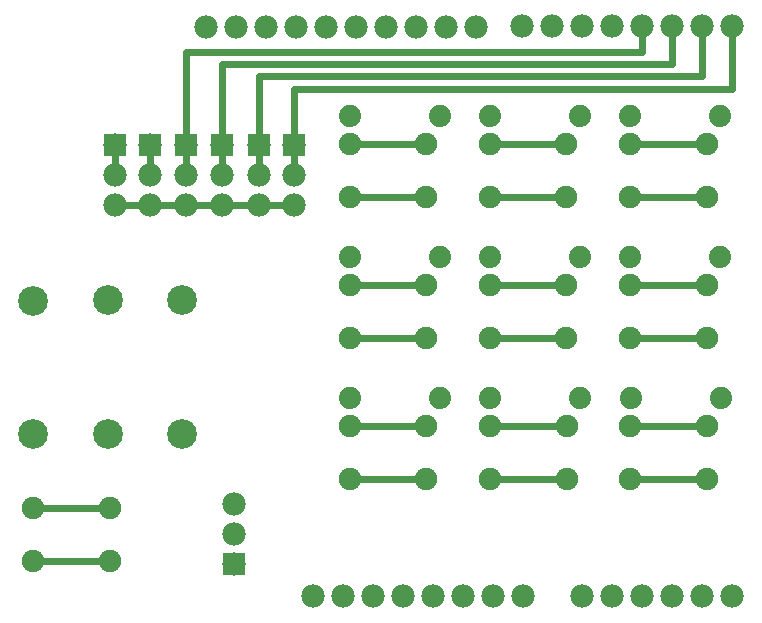
<source format=gtl>
G04 MADE WITH FRITZING*
G04 WWW.FRITZING.ORG*
G04 DOUBLE SIDED*
G04 HOLES PLATED*
G04 CONTOUR ON CENTER OF CONTOUR VECTOR*
%ASAXBY*%
%FSLAX23Y23*%
%MOIN*%
%OFA0B0*%
%SFA1.0B1.0*%
%ADD10C,0.078000*%
%ADD11C,0.099055*%
%ADD12C,0.075000*%
%ADD13C,0.074000*%
%ADD14R,0.078000X0.078000*%
%ADD15C,0.024000*%
%LNCOPPER1*%
G90*
G70*
G54D10*
X1808Y2004D03*
X1908Y2004D03*
X2008Y2004D03*
X2108Y2004D03*
X2208Y2004D03*
X2308Y2004D03*
X2408Y2004D03*
X2508Y2004D03*
X757Y2003D03*
X857Y2003D03*
X957Y2003D03*
X1057Y2003D03*
X1157Y2003D03*
X1257Y2003D03*
X1357Y2003D03*
X1457Y2003D03*
X1557Y2003D03*
X1657Y2003D03*
X2010Y104D03*
X2110Y104D03*
X2210Y104D03*
X2310Y104D03*
X2410Y104D03*
X2510Y104D03*
X1113Y105D03*
X1213Y105D03*
X1313Y105D03*
X1413Y105D03*
X1513Y105D03*
X1613Y105D03*
X1713Y105D03*
X1813Y105D03*
G54D11*
X676Y645D03*
X428Y645D03*
X179Y644D03*
X676Y1091D03*
X428Y1091D03*
X179Y1090D03*
G54D12*
X2425Y495D03*
X2169Y495D03*
X2425Y673D03*
X2169Y673D03*
X1958Y494D03*
X1702Y494D03*
X1958Y672D03*
X1702Y672D03*
X1490Y494D03*
X1234Y494D03*
X1490Y672D03*
X1234Y672D03*
X2425Y966D03*
X2169Y966D03*
X2425Y1143D03*
X2169Y1143D03*
X1957Y966D03*
X1701Y966D03*
X1957Y1143D03*
X1701Y1143D03*
X1489Y965D03*
X1234Y965D03*
X1489Y1142D03*
X1234Y1142D03*
X2426Y1435D03*
X2170Y1435D03*
X2426Y1612D03*
X2170Y1612D03*
X1957Y1434D03*
X1701Y1434D03*
X1957Y1611D03*
X1701Y1611D03*
X1490Y1436D03*
X1234Y1436D03*
X1490Y1613D03*
X1234Y1613D03*
G54D13*
X2171Y765D03*
X2471Y765D03*
X2171Y765D03*
X2471Y765D03*
X1702Y765D03*
X2002Y765D03*
X1702Y765D03*
X2002Y765D03*
X1234Y765D03*
X1534Y765D03*
X1234Y765D03*
X1534Y765D03*
X2169Y1235D03*
X2469Y1235D03*
X2169Y1235D03*
X2469Y1235D03*
X1701Y1234D03*
X2001Y1234D03*
X1701Y1234D03*
X2001Y1234D03*
X1234Y1234D03*
X1534Y1234D03*
X1234Y1234D03*
X1534Y1234D03*
X2170Y1704D03*
X2470Y1704D03*
X2170Y1704D03*
X2470Y1704D03*
X1701Y1704D03*
X2001Y1704D03*
X1701Y1704D03*
X2001Y1704D03*
X1234Y1705D03*
X1534Y1705D03*
X1234Y1705D03*
X1534Y1705D03*
G54D10*
X1049Y1609D03*
X1049Y1509D03*
X1049Y1409D03*
X931Y1609D03*
X931Y1509D03*
X931Y1409D03*
X810Y1610D03*
X810Y1510D03*
X810Y1410D03*
X690Y1609D03*
X690Y1509D03*
X690Y1409D03*
X570Y1610D03*
X570Y1510D03*
X570Y1410D03*
X451Y1610D03*
X451Y1510D03*
X451Y1410D03*
X850Y212D03*
X850Y312D03*
X850Y412D03*
G54D12*
X435Y223D03*
X179Y223D03*
X435Y400D03*
X179Y400D03*
G54D14*
X1049Y1609D03*
X931Y1609D03*
X810Y1610D03*
X690Y1609D03*
X570Y1610D03*
X451Y1610D03*
X850Y212D03*
G54D15*
X961Y1409D02*
X1019Y1409D01*
D02*
X900Y1409D02*
X840Y1410D01*
D02*
X780Y1410D02*
X720Y1409D01*
D02*
X660Y1409D02*
X600Y1410D01*
D02*
X540Y1410D02*
X481Y1410D01*
D02*
X1049Y1539D02*
X1049Y1579D01*
D02*
X931Y1539D02*
X931Y1579D01*
D02*
X810Y1540D02*
X810Y1580D01*
D02*
X690Y1539D02*
X690Y1579D01*
D02*
X570Y1540D02*
X570Y1580D01*
D02*
X451Y1540D02*
X451Y1580D01*
D02*
X2508Y1796D02*
X1049Y1796D01*
D02*
X1049Y1796D02*
X1049Y1639D01*
D02*
X2508Y1974D02*
X2508Y1796D01*
D02*
X931Y1838D02*
X931Y1639D01*
D02*
X2408Y1838D02*
X931Y1838D01*
D02*
X2408Y1974D02*
X2408Y1838D01*
D02*
X810Y1878D02*
X810Y1640D01*
D02*
X2308Y1878D02*
X810Y1878D01*
D02*
X2308Y1974D02*
X2308Y1878D01*
D02*
X690Y1918D02*
X690Y1639D01*
D02*
X2208Y1918D02*
X690Y1918D01*
D02*
X2208Y1974D02*
X2208Y1918D01*
D02*
X1461Y1613D02*
X1262Y1613D01*
D02*
X1461Y1436D02*
X1262Y1436D01*
D02*
X1929Y1611D02*
X1730Y1611D01*
D02*
X1929Y1434D02*
X1730Y1434D01*
D02*
X2397Y1612D02*
X2198Y1612D01*
D02*
X2397Y1435D02*
X2198Y1435D01*
D02*
X2397Y1143D02*
X2198Y1143D01*
D02*
X2397Y966D02*
X2198Y966D01*
D02*
X1929Y1143D02*
X1730Y1143D01*
D02*
X1929Y966D02*
X1730Y966D01*
D02*
X1461Y1142D02*
X1262Y1142D01*
D02*
X1461Y965D02*
X1262Y965D01*
D02*
X1263Y672D02*
X1461Y672D01*
D02*
X1461Y494D02*
X1263Y494D01*
D02*
X1929Y672D02*
X1731Y672D01*
D02*
X1929Y494D02*
X1731Y494D01*
D02*
X2397Y673D02*
X2198Y673D01*
D02*
X2397Y495D02*
X2198Y495D01*
D02*
X406Y400D02*
X208Y400D01*
D02*
X406Y223D02*
X208Y223D01*
G04 End of Copper1*
M02*
</source>
